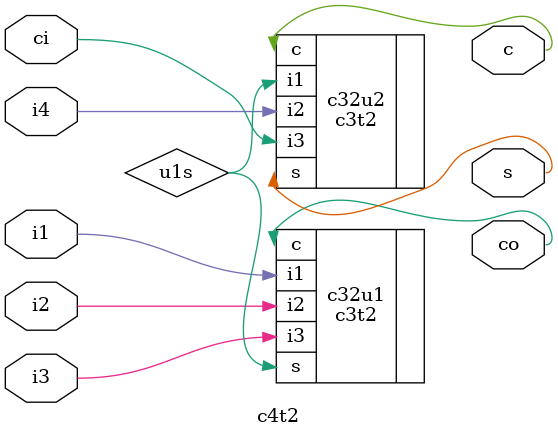
<source format=v>
module c4t2 (
    i1,
    i2,
    i3,
    i4,
    ci,
    co,
    s,
    c
);

  input i1, i2, i3, i4, ci;
  output co, s, c;

  wire co, s, c;
  wire u1s;

  c3t2 c32u1 (
      .i1(i1),
      .i2(i2),
      .i3(i3),
      .s(u1s),
      .c(co)
  );

  c3t2 c32u2 (
      .i1(u1s),
      .i2(i4),
      .i3(ci),
      .s(s),
      .c(c)
  );

endmodule  // c4t2

</source>
